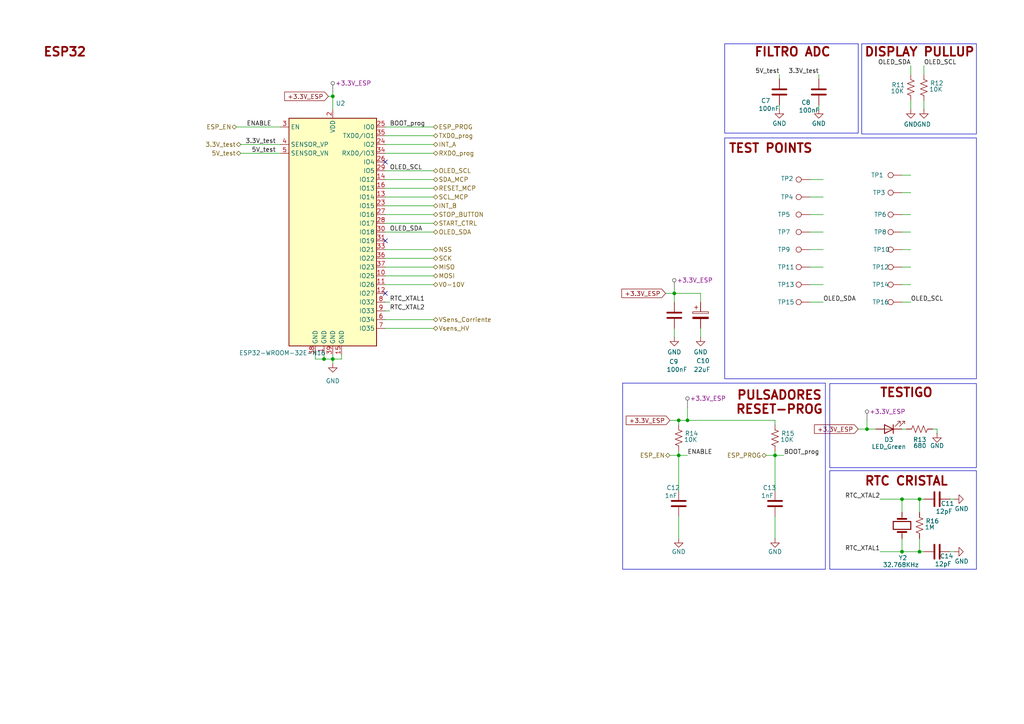
<source format=kicad_sch>
(kicad_sch (version 20250114) (generator "eeschema") (generator_version "9.0")
  (paper "A4")
  (title_block (title "Variador de frecuencia LVDC") (date "2025-08-05") (rev "0") (company "Andrenacci - Carra"))
  (lib_symbols
    (symbol "Connector:TestPoint" (pin_numbers (hide yes)) (pin_names (offset 0.762) (hide yes))
      (property "Reference" "TP" (at 0 6.858 0))
      (property "Value" "TestPoint" (at 0 5.08 0))
      (symbol "TestPoint_0_1"
        (circle (center 0 3.302) (radius 0.762))
      )
      (symbol "TestPoint_1_1"
        (pin passive line (at 0 0 90) (length 2.54) (name "1") (number "1"))
      )
    )
    (symbol "Device:C" (pin_numbers (hide yes)) (pin_names (offset 0.254))
      (property "Reference" "C" (at 0.635 2.54 0))
      (property "Value" "C" (at 0.635 -2.54 0))
      (symbol "C_0_1"
        (polyline (pts (xy -2.032 0.762) (xy 2.032 0.762)) (stroke (width 0.508)))
        (polyline (pts (xy -2.032 -0.762) (xy 2.032 -0.762)) (stroke (width 0.508)))
      )
      (symbol "C_1_1"
        (pin passive line (at 0 3.81 270) (length 2.794) (name "~") (number "1"))
        (pin passive line (at 0 -3.81 90) (length 2.794) (name "~") (number "2"))
      )
    )
    (symbol "Device:C_Polarized" (pin_numbers (hide yes)) (pin_names (offset 0.254))
      (property "Reference" "C" (at 0.635 2.54 0))
      (property "Value" "C_Polarized" (at 0.635 -2.54 0))
      (symbol "C_Polarized_0_1"
        (rectangle (start -2.286 0.508) (end 2.286 1.016))
        (polyline (pts (xy -1.778 2.286) (xy -0.762 2.286)))
        (polyline (pts (xy -1.27 2.794) (xy -1.27 1.778)))
        (rectangle (start 2.286 -0.508) (end -2.286 -1.016) (fill (type outline)))
      )
      (symbol "C_Polarized_1_1"
        (pin passive line (at 0 3.81 270) (length 2.794) (name "~") (number "1"))
        (pin passive line (at 0 -3.81 90) (length 2.794) (name "~") (number "2"))
      )
    )
    (symbol "Device:Crystal" (pin_numbers (hide yes)) (pin_names (offset 1.016) (hide yes))
      (property "Reference" "Y" (at 0 3.81 0))
      (property "Value" "Crystal" (at 0 -3.81 0))
      (symbol "Crystal_0_1"
        (polyline (pts (xy -2.54 0) (xy -1.905 0)))
        (polyline (pts (xy -1.905 -1.27) (xy -1.905 1.27)) (stroke (width 0.508)))
        (rectangle (start -1.143 2.54) (end 1.143 -2.54) (stroke (width 0.3048)))
        (polyline (pts (xy 1.905 -1.27) (xy 1.905 1.27)) (stroke (width 0.508)))
        (polyline (pts (xy 2.54 0) (xy 1.905 0)))
      )
      (symbol "Crystal_1_1"
        (pin passive line (at -3.81 0 0) (length 1.27) (name "1") (number "1"))
        (pin passive line (at 3.81 0 180) (length 1.27) (name "2") (number "2"))
      )
    )
    (symbol "Device:LED" (pin_numbers (hide yes)) (pin_names (offset 1.016) (hide yes))
      (property "Reference" "D" (at 0 2.54 0))
      (property "Value" "LED" (at 0 -2.54 0))
      (symbol "LED_0_1"
        (polyline (pts (xy -3.048 -0.762) (xy -4.572 -2.286) (xy -3.81 -2.286) (xy -4.572 -2.286) (xy -4.572 -1.524)))
        (polyline (pts (xy -1.778 -0.762) (xy -3.302 -2.286) (xy -2.54 -2.286) (xy -3.302 -2.286) (xy -3.302 -1.524)))
        (polyline (pts (xy -1.27 0) (xy 1.27 0)))
        (polyline (pts (xy -1.27 -1.27) (xy -1.27 1.27)) (stroke (width 0.254)))
        (polyline (pts (xy 1.27 -1.27) (xy 1.27 1.27) (xy -1.27 0) (xy 1.27 -1.27)) (stroke (width 0.254)))
      )
      (symbol "LED_1_1"
        (pin passive line (at -3.81 0 0) (length 2.54) (name "K") (number "1"))
        (pin passive line (at 3.81 0 180) (length 2.54) (name "A") (number "2"))
      )
    )
    (symbol "Device:R_US" (pin_numbers (hide yes)) (pin_names (offset 0))
      (property "Reference" "R" (at 2.54 0 90))
      (property "Value" "R_US" (at -2.54 0 90))
      (symbol "R_US_0_1"
        (polyline (pts (xy 0 2.286) (xy 0 2.54)))
        (polyline (pts (xy 0 2.286) (xy 1.016 1.905) (xy 0 1.524) (xy -1.016 1.143) (xy 0 0.762)))
        (polyline (pts (xy 0 0.762) (xy 1.016 0.381) (xy 0 0) (xy -1.016 -0.381) (xy 0 -0.762)))
        (polyline (pts (xy 0 -0.762) (xy 1.016 -1.143) (xy 0 -1.524) (xy -1.016 -1.905) (xy 0 -2.286)))
        (polyline (pts (xy 0 -2.286) (xy 0 -2.54)))
      )
      (symbol "R_US_1_1"
        (pin passive line (at 0 3.81 270) (length 1.27) (name "~") (number "1"))
        (pin passive line (at 0 -3.81 90) (length 1.27) (name "~") (number "2"))
      )
    )
    (symbol "RF_Module:ESP32-WROOM-32E"
      (property "Reference" "U3" (at 2.1433 38.1 0))
      (property "Value" "ESP32-WROOM-32E" (at 2.1433 35.56 0))
      (symbol "ESP32-WROOM-32E_0_1"
        (rectangle (start -12.7 33.02) (end 12.7 -33.02) (stroke (width 0.254)) (fill (type background)))
      )
      (symbol "ESP32-WROOM-32E_1_1"
        (pin input line (at -15.24 30.48 0) (length 2.54) (name "EN") (number "3"))
        (pin input line (at -15.24 25.4 0) (length 2.54) (name "SENSOR_VP") (number "4"))
        (pin input line (at -15.24 22.86 0) (length 2.54) (name "SENSOR_VN") (number "5"))
        (pin no_connect line (at -12.7 0 0) (length 2.54) (hide yes) (name "NC") (number "21"))
        (pin no_connect line (at -12.7 -2.54 0) (length 2.54) (hide yes) (name "NC") (number "22"))
        (pin no_connect line (at -12.7 -5.08 0) (length 2.54) (hide yes) (name "NC") (number "17"))
        (pin no_connect line (at -12.7 -7.62 0) (length 2.54) (hide yes) (name "NC") (number "18"))
        (pin no_connect line (at -12.7 -10.16 0) (length 2.54) (hide yes) (name "NC") (number "20"))
        (pin no_connect line (at -12.7 -12.7 0) (length 2.54) (hide yes) (name "NC") (number "19"))
        (pin no_connect line (at -12.7 -27.94 0) (length 2.54) (hide yes) (name "NC") (number "32"))
        (pin passive line (at -5.08 -35.56 90) (length 2.54) (name "GND") (number "38"))
        (pin power_in line (at -2.54 -35.56 90) (length 2.54) (name "GND") (number "1"))
        (pin power_in line (at 0 35.56 270) (length 2.54) (name "VDD") (number "2"))
        (pin passive line (at 0 -35.56 90) (length 2.54) (name "GND") (number "39"))
        (pin passive line (at 2.54 -35.56 90) (length 2.54) (name "GND") (number "15"))
        (pin bidirectional line (at 15.24 30.48 180) (length 2.54) (name "IO0") (number "25"))
        (pin bidirectional line (at 15.24 27.94 180) (length 2.54) (name "TXD0/IO1") (number "35"))
        (pin bidirectional line (at 15.24 25.4 180) (length 2.54) (name "IO2") (number "24"))
        (pin bidirectional line (at 15.24 22.86 180) (length 2.54) (name "RXD0/IO3") (number "34"))
        (pin bidirectional line (at 15.24 20.32 180) (length 2.54) (name "IO4") (number "26"))
        (pin bidirectional line (at 15.24 17.78 180) (length 2.54) (name "IO5") (number "29"))
        (pin bidirectional line (at 15.24 15.24 180) (length 2.54) (name "IO12") (number "14"))
        (pin bidirectional line (at 15.24 12.7 180) (length 2.54) (name "IO13") (number "16"))
        (pin bidirectional line (at 15.24 10.16 180) (length 2.54) (name "IO14") (number "13"))
        (pin bidirectional line (at 15.24 7.62 180) (length 2.54) (name "IO15") (number "23"))
        (pin bidirectional line (at 15.24 5.08 180) (length 2.54) (name "IO16") (number "27"))
        (pin bidirectional line (at 15.24 2.54 180) (length 2.54) (name "IO17") (number "28"))
        (pin bidirectional line (at 15.24 0 180) (length 2.54) (name "IO18") (number "30"))
        (pin bidirectional line (at 15.24 -2.54 180) (length 2.54) (name "IO19") (number "31"))
        (pin bidirectional line (at 15.24 -5.08 180) (length 2.54) (name "IO21") (number "33"))
        (pin bidirectional line (at 15.24 -7.62 180) (length 2.54) (name "IO22") (number "36"))
        (pin bidirectional line (at 15.24 -10.16 180) (length 2.54) (name "IO23") (number "37"))
        (pin bidirectional line (at 15.24 -12.7 180) (length 2.54) (name "IO25") (number "10"))
        (pin bidirectional line (at 15.24 -15.24 180) (length 2.54) (name "IO26") (number "11"))
        (pin bidirectional line (at 15.24 -17.78 180) (length 2.54) (name "IO27") (number "12"))
        (pin bidirectional line (at 15.24 -20.32 180) (length 2.54) (name "IO32") (number "8"))
        (pin bidirectional line (at 15.24 -22.86 180) (length 2.54) (name "IO33") (number "9"))
        (pin input line (at 15.24 -25.4 180) (length 2.54) (name "IO34") (number "6"))
        (pin input line (at 15.24 -27.94 180) (length 2.54) (name "IO35") (number "7"))
      )
    )
    (symbol "power:GND" (power) (pin_numbers (hide yes)) (pin_names (offset 0) (hide yes))
      (property "Value" "GND" (at 0 -3.81 0))
      (symbol "GND_0_1"
        (polyline (pts (xy 0 0) (xy 0 -1.27) (xy 1.27 -1.27) (xy 0 -2.54) (xy -1.27 -1.27) (xy 0 -1.27)))
      )
      (symbol "GND_1_1"
        (pin power_in line (at 0 0 270) (length 0) (name "~") (number "1"))
      )
    )
  )
  (rectangle (start 249.936 12.7) (end 283.21 38.862))
  (rectangle (start 180.594 111.125) (end 239.395 165.1))
  (rectangle (start 210.185 40.005) (end 283.21 109.855))
  (rectangle (start 240.665 111.252) (end 283.21 135.636))
  (rectangle (start 210.185 12.7) (end 248.92 38.608))
  (rectangle (start 240.665 136.525) (end 283.21 165.1))
  (text "DISPLAY PULLUP" (at 266.7 15.24 0) (effects (font (size 2.54 2.54) (thickness 0.508) (bold yes))))
  (text "ESP32" (at 18.796 15.24 0) (effects (font (size 2.54 2.54) (thickness 0.508) (bold yes))))
  (text "FILTRO ADC" (at 229.87 15.24 0) (effects (font (size 2.54 2.54) (thickness 0.508) (bold yes))))
  (text "TESTIGO" (at 262.89 114.046 0) (effects (font (size 2.54 2.54) (thickness 0.508) (bold yes))))
  (text "PULSADORES\nRESET-PROG" (at 226.06 116.84 0) (effects (font (size 2.54 2.54) (thickness 0.508) (bold yes))))
  (text "TEST POINTS" (at 223.52 43.18 0) (effects (font (size 2.54 2.54) (thickness 0.508) (bold yes))))
  (text "RTC CRISTAL" (at 262.89 139.7 0) (effects (font (size 2.54 2.54) (thickness 0.508) (bold yes))))
  (junction (at 196.85 132.08))
  (junction (at 266.7 160.02))
  (junction (at 266.7 144.78))
  (junction (at 196.85 121.92))
  (junction (at 251.46 124.46))
  (junction (at 93.98 104.14))
  (junction (at 96.52 104.14))
  (junction (at 195.58 85.09))
  (junction (at 199.39 121.92))
  (junction (at 261.62 160.02))
  (junction (at 224.79 132.08))
  (junction (at 261.62 144.78))
  (junction (at 96.52 27.94))
  (no_connect (at 111.76 69.85))
  (no_connect (at 111.76 46.99))
  (no_connect (at 111.76 85.09))
  (wire (pts (xy 91.44 104.14) (xy 93.98 104.14)))
  (wire (pts (xy 96.52 105.41) (xy 96.52 104.14)))
  (wire (pts (xy 125.73 74.93) (xy 111.76 74.93)))
  (wire (pts (xy 238.76 87.63) (xy 234.95 87.63)))
  (wire (pts (xy 125.73 77.47) (xy 111.76 77.47)))
  (wire (pts (xy 195.58 85.09) (xy 195.58 83.82)))
  (wire (pts (xy 195.58 95.25) (xy 195.58 97.79)))
  (wire (pts (xy 224.79 132.08) (xy 227.33 132.08)))
  (wire (pts (xy 111.76 39.37) (xy 125.73 39.37)))
  (wire (pts (xy 266.7 160.02) (xy 267.97 160.02)))
  (wire (pts (xy 125.73 52.07) (xy 111.76 52.07)))
  (wire (pts (xy 251.46 121.92) (xy 251.46 124.46)))
  (wire (pts (xy 261.62 160.02) (xy 266.7 160.02)))
  (wire (pts (xy 195.58 87.63) (xy 195.58 85.09)))
  (wire (pts (xy 93.98 104.14) (xy 96.52 104.14)))
  (wire (pts (xy 261.62 124.46) (xy 262.89 124.46)))
  (wire (pts (xy 264.16 82.55) (xy 261.62 82.55)))
  (wire (pts (xy 264.16 87.63) (xy 261.62 87.63)))
  (wire (pts (xy 125.73 54.61) (xy 111.76 54.61)))
  (wire (pts (xy 111.76 36.83) (xy 125.73 36.83)))
  (wire (pts (xy 125.73 41.91) (xy 111.76 41.91)))
  (wire (pts (xy 261.62 144.78) (xy 266.7 144.78)))
  (wire (pts (xy 111.76 67.31) (xy 125.73 67.31)))
  (wire (pts (xy 264.16 62.23) (xy 261.62 62.23)))
  (wire (pts (xy 125.73 80.01) (xy 111.76 80.01)))
  (wire (pts (xy 224.79 149.86) (xy 224.79 156.21)))
  (wire (pts (xy 238.76 82.55) (xy 234.95 82.55)))
  (wire (pts (xy 266.7 144.78) (xy 266.7 148.59)))
  (wire (pts (xy 111.76 49.53) (xy 125.73 49.53)))
  (wire (pts (xy 125.73 95.25) (xy 111.76 95.25)))
  (wire (pts (xy 267.97 19.05) (xy 267.97 21.59)))
  (wire (pts (xy 111.76 87.63) (xy 113.03 87.63)))
  (wire (pts (xy 91.44 102.87) (xy 91.44 104.14)))
  (wire (pts (xy 99.06 102.87) (xy 99.06 104.14)))
  (wire (pts (xy 93.98 102.87) (xy 93.98 104.14)))
  (wire (pts (xy 196.85 130.81) (xy 196.85 132.08)))
  (wire (pts (xy 275.59 160.02) (xy 276.86 160.02)))
  (wire (pts (xy 222.25 132.08) (xy 224.79 132.08)))
  (wire (pts (xy 224.79 130.81) (xy 224.79 132.08)))
  (wire (pts (xy 196.85 132.08) (xy 196.85 142.24)))
  (wire (pts (xy 199.39 118.11) (xy 199.39 121.92)))
  (wire (pts (xy 264.16 77.47) (xy 261.62 77.47)))
  (wire (pts (xy 111.76 90.17) (xy 113.03 90.17)))
  (wire (pts (xy 237.49 31.75) (xy 237.49 30.48)))
  (wire (pts (xy 238.76 77.47) (xy 234.95 77.47)))
  (wire (pts (xy 125.73 64.77) (xy 111.76 64.77)))
  (wire (pts (xy 193.04 85.09) (xy 195.58 85.09)))
  (wire (pts (xy 199.39 121.92) (xy 224.79 121.92)))
  (wire (pts (xy 203.2 87.63) (xy 203.2 85.09)))
  (wire (pts (xy 96.52 104.14) (xy 96.52 102.87)))
  (wire (pts (xy 69.85 44.45) (xy 81.28 44.45)))
  (wire (pts (xy 255.27 160.02) (xy 261.62 160.02)))
  (wire (pts (xy 226.06 22.86) (xy 226.06 21.59)))
  (wire (pts (xy 238.76 52.07) (xy 234.95 52.07)))
  (wire (pts (xy 237.49 22.86) (xy 237.49 21.59)))
  (wire (pts (xy 271.78 124.46) (xy 270.51 124.46)))
  (wire (pts (xy 264.16 50.8) (xy 261.62 50.8)))
  (wire (pts (xy 125.73 59.69) (xy 111.76 59.69)))
  (wire (pts (xy 125.73 62.23) (xy 111.76 62.23)))
  (wire (pts (xy 125.73 82.55) (xy 111.76 82.55)))
  (wire (pts (xy 226.06 31.75) (xy 226.06 30.48)))
  (wire (pts (xy 271.78 125.73) (xy 271.78 124.46)))
  (wire (pts (xy 264.16 55.88) (xy 261.62 55.88)))
  (wire (pts (xy 261.62 144.78) (xy 261.62 148.59)))
  (wire (pts (xy 194.31 132.08) (xy 196.85 132.08)))
  (wire (pts (xy 194.31 121.92) (xy 196.85 121.92)))
  (wire (pts (xy 266.7 156.21) (xy 266.7 160.02)))
  (wire (pts (xy 255.27 144.78) (xy 261.62 144.78)))
  (wire (pts (xy 264.16 19.05) (xy 264.16 21.59)))
  (wire (pts (xy 238.76 62.23) (xy 234.95 62.23)))
  (wire (pts (xy 196.85 149.86) (xy 196.85 156.21)))
  (wire (pts (xy 266.7 144.78) (xy 267.97 144.78)))
  (wire (pts (xy 96.52 104.14) (xy 99.06 104.14)))
  (wire (pts (xy 195.58 85.09) (xy 203.2 85.09)))
  (wire (pts (xy 203.2 95.25) (xy 203.2 97.79)))
  (wire (pts (xy 261.62 156.21) (xy 261.62 160.02)))
  (wire (pts (xy 238.76 72.39) (xy 234.95 72.39)))
  (wire (pts (xy 248.92 124.46) (xy 251.46 124.46)))
  (wire (pts (xy 125.73 57.15) (xy 111.76 57.15)))
  (wire (pts (xy 96.52 26.67) (xy 96.52 27.94)))
  (wire (pts (xy 224.79 132.08) (xy 224.79 142.24)))
  (wire (pts (xy 125.73 92.71) (xy 111.76 92.71)))
  (wire (pts (xy 68.58 36.83) (xy 81.28 36.83)))
  (wire (pts (xy 275.59 144.78) (xy 276.86 144.78)))
  (wire (pts (xy 96.52 27.94) (xy 96.52 31.75)))
  (wire (pts (xy 264.16 67.31) (xy 261.62 67.31)))
  (wire (pts (xy 125.73 72.39) (xy 111.76 72.39)))
  (wire (pts (xy 238.76 67.31) (xy 234.95 67.31)))
  (wire (pts (xy 196.85 121.92) (xy 196.85 123.19)))
  (wire (pts (xy 264.16 31.75) (xy 264.16 29.21)))
  (wire (pts (xy 264.16 72.39) (xy 261.62 72.39)))
  (wire (pts (xy 196.85 132.08) (xy 199.39 132.08)))
  (wire (pts (xy 254 124.46) (xy 251.46 124.46)))
  (wire (pts (xy 224.79 123.19) (xy 224.79 121.92)))
  (wire (pts (xy 267.97 31.75) (xy 267.97 29.21)))
  (wire (pts (xy 95.25 27.94) (xy 96.52 27.94)))
  (wire (pts (xy 111.76 44.45) (xy 125.73 44.45)))
  (wire (pts (xy 196.85 121.92) (xy 199.39 121.92)))
  (wire (pts (xy 238.76 57.15) (xy 234.95 57.15)))
  (wire (pts (xy 69.85 41.91) (xy 81.28 41.91)))
  (label "OLED_SCL" (at 113.03 49.53 0))
  (label "5V_test" (at 80.01 44.45 180))
  (label "OLED_SDA" (at 238.76 87.63 0))
  (label "RTC_XTAL1" (at 255.27 160.02 180))
  (label "OLED_SDA" (at 113.03 67.31 0))
  (label "ENABLE" (at 199.39 132.08 0))
  (label "5V_test" (at 226.06 21.59 180))
  (label "BOOT_prog" (at 113.03 36.83 0))
  (label "ENABLE" (at 78.74 36.83 180))
  (label "RTC_XTAL2" (at 113.03 90.17 0))
  (label "3.3V_test" (at 80.01 41.91 180))
  (label "RTC_XTAL1" (at 113.03 87.63 0))
  (label "OLED_SCL" (at 264.16 87.63 0))
  (label "BOOT_prog" (at 227.33 132.08 0))
  (label "RTC_XTAL2" (at 255.27 144.78 180))
  (label "OLED_SCL" (at 267.97 19.05 0))
  (label "OLED_SDA" (at 264.16 19.05 180))
  (label "3.3V_test" (at 237.49 21.59 180))
  (global_label "+3.3V_ESP" (shape input) (at 193.04 85.09 180) (property "Intersheetrefs" "${INTERSHEET_REFS}" (effects (hide yes))))
  (global_label "+3.3V_ESP" (shape input) (at 248.92 124.46 180) (property "Intersheetrefs" "${INTERSHEET_REFS}" (effects (hide yes))))
  (global_label "+3.3V_ESP" (shape input) (at 194.31 121.92 180) (property "Intersheetrefs" "${INTERSHEET_REFS}" (effects (hide yes))))
  (global_label "+3.3V_ESP" (shape input) (at 95.25 27.94 180) (property "Intersheetrefs" "${INTERSHEET_REFS}" (effects (hide yes))))
  (hierarchical_label "SCL_MCP" (shape bidirectional) (at 125.73 57.15 0))
  (hierarchical_label "INT_A" (shape bidirectional) (at 125.73 41.91 0))
  (hierarchical_label "START_CTRL" (shape bidirectional) (at 125.73 64.77 0))
  (hierarchical_label "V0-10V" (shape bidirectional) (at 125.73 82.55 0))
  (hierarchical_label "RESET_MCP" (shape bidirectional) (at 125.73 54.61 0))
  (hierarchical_label "MOSI" (shape bidirectional) (at 125.73 80.01 0))
  (hierarchical_label "ESP_EN" (shape bidirectional) (at 194.31 132.08 180))
  (hierarchical_label "OLED_SCL" (shape bidirectional) (at 125.73 49.53 0))
  (hierarchical_label "STOP_BUTTON" (shape bidirectional) (at 125.73 62.23 0))
  (hierarchical_label "TXD0_prog" (shape bidirectional) (at 125.73 39.37 0))
  (hierarchical_label "NSS" (shape bidirectional) (at 125.73 72.39 0))
  (hierarchical_label "ESP_EN" (shape bidirectional) (at 68.58 36.83 180))
  (hierarchical_label "RXD0_prog" (shape bidirectional) (at 125.73 44.45 0))
  (hierarchical_label "ESP_PROG" (shape bidirectional) (at 222.25 132.08 180))
  (hierarchical_label "VSens_Corriente" (shape bidirectional) (at 125.73 92.71 0))
  (hierarchical_label "5V_test" (shape bidirectional) (at 69.85 44.45 180))
  (hierarchical_label "ESP_PROG" (shape bidirectional) (at 125.73 36.83 0))
  (hierarchical_label "OLED_SDA" (shape bidirectional) (at 125.73 67.31 0))
  (hierarchical_label "MISO" (shape bidirectional) (at 125.73 77.47 0))
  (hierarchical_label "SCK" (shape bidirectional) (at 125.73 74.93 0))
  (hierarchical_label "Vsens_HV" (shape bidirectional) (at 125.73 95.25 0))
  (hierarchical_label "INT_B" (shape bidirectional) (at 125.73 59.69 0))
  (hierarchical_label "3.3V_test" (shape bidirectional) (at 69.85 41.91 180))
  (hierarchical_label "SDA_MCP" (shape bidirectional) (at 125.73 52.07 0))
  (netclass_flag "" (length 2.54) (shape round) (at 195.58 83.82 0) (property "Netclass" "+3.3V_ESP" (at 196.2785 81.28 0) (effects (justify left))))
  (netclass_flag "" (length 2.54) (shape round) (at 251.46 121.92 0) (property "Netclass" "+3.3V_ESP" (at 252.1585 119.38 0) (effects (justify left))))
  (netclass_flag "" (length 2.54) (shape round) (at 199.39 118.11 0) (property "Netclass" "+3.3V_ESP" (at 200.0885 115.57 0) (effects (justify left))))
  (netclass_flag "" (length 2.54) (shape round) (at 96.52 26.67 0) (property "Netclass" "+3.3V_ESP" (at 97.2185 24.13 0) (effects (justify left))))
  (symbol (lib_id "Connector:TestPoint") (at 261.62 67.31 90) (unit 1)
    (property "Reference" "TP8" (at 253.492 67.31 90) (effects (justify right)))
    (property "Value" "TestPoint" (effects (hide yes)))
    (property "Footprint" "TestPoint:TestPoint_Pad_D1.0mm" (effects (hide yes)))
    (property "Description" "test point" (effects (hide yes)))
  )
  (symbol (lib_id "power:GND") (at 267.97 31.75 0) (unit 1)
    (property "Reference" "#PWR018" (effects (hide yes)))
    (property "Value" "GND" (at 267.97 36.068 0))
    (property "Description" "Power symbol creates a global label with name \"GND\" , ground" (effects (hide yes)))
  )
  (symbol (lib_id "Device:R_US") (at 266.7 152.4 0) (unit 1)
    (property "Reference" "R16" (at 268.478 151.13 0) (effects (justify left)))
    (property "Value" "1M" (at 268.224 152.908 0) (effects (justify left)))
    (property "Footprint" "Resistor_SMD:R_0603_1608Metric_Pad0.98x0.95mm_HandSolder" (effects (hide yes)))
    (property "Datasheet" "https://www.lcsc.com/datasheet/C2074499.pdf" (effects (hide yes)))
    (property "Description" "Resistor, US symbol" (effects (hide yes)))
    (property "Footprint checked" "Yes" (effects (hide yes)))
    (property "Symbol checked" "Yes" (effects (hide yes)))
    (property "Price" "0.0357" (effects (hide yes)))
    (property "Compra" "https://www.lcsc.com/product-detail/C2074499.html" (effects (hide yes)))
    (property "Manufacturer" "VISHAY" (effects (hide yes)))
  )
  (symbol (lib_id "Device:R_US") (at 196.85 127 0) (unit 1)
    (property "Reference" "R14" (at 198.628 125.73 0) (effects (justify left)))
    (property "Value" "10K" (at 198.374 127.508 0) (effects (justify left)))
    (property "Footprint" "Resistor_SMD:R_0603_1608Metric_Pad0.98x0.95mm_HandSolder" (effects (hide yes)))
    (property "Datasheet" "https://www.lcsc.com/datasheet/C491211.pdf" (effects (hide yes)))
    (property "Description" "Resistor, US symbol" (effects (hide yes)))
    (property "Footprint checked" "Yes" (effects (hide yes)))
    (property "Symbol checked" "Yes" (effects (hide yes)))
    (property "Price" "0.0321" (effects (hide yes)))
    (property "Compra" "https://www.lcsc.com/product-detail/C491211.html" (effects (hide yes)))
    (property "Manufacturer" "PANASONIC" (effects (hide yes)))
  )
  (symbol (lib_id "Device:R_US") (at 264.16 25.4 0) (unit 1)
    (property "Reference" "R11" (at 258.572 24.638 0) (effects (justify left)))
    (property "Value" "10K" (at 258.318 26.416 0) (effects (justify left)))
    (property "Footprint" "Resistor_SMD:R_0603_1608Metric_Pad0.98x0.95mm_HandSolder" (effects (hide yes)))
    (property "Datasheet" "https://www.lcsc.com/datasheet/C491211.pdf" (effects (hide yes)))
    (property "Description" "Resistor, US symbol" (effects (hide yes)))
    (property "Footprint checked" "Yes" (effects (hide yes)))
    (property "Symbol checked" "Yes" (effects (hide yes)))
    (property "Price" "0.0321" (effects (hide yes)))
    (property "Compra" "https://www.lcsc.com/product-detail/C491211.html" (effects (hide yes)))
    (property "Manufacturer" "PANASONIC" (effects (hide yes)))
  )
  (symbol (lib_id "Connector:TestPoint") (at 261.62 87.63 90) (unit 1)
    (property "Reference" "TP16" (at 252.984 87.63 90) (effects (justify right)))
    (property "Value" "TestPoint" (effects (hide yes)))
    (property "Footprint" "TestPoint:TestPoint_Pad_D1.0mm" (effects (hide yes)))
    (property "Description" "test point" (effects (hide yes)))
  )
  (symbol (lib_id "Device:C") (at 271.78 144.78 90) (unit 1)
    (property "Reference" "C11" (at 274.828 146.05 90))
    (property "Value" "12pF" (at 273.812 148.336 90))
    (property "Footprint" "Capacitor_SMD:C_0603_1608Metric" (effects (hide yes)))
    (property "Datasheet" "https://www.lcsc.com/datasheet/C519482.pdf" (effects (hide yes)))
    (property "Description" "Unpolarized capacitor" (effects (hide yes)))
    (property "Footprint checked" "Yes" (effects (hide yes)))
    (property "Symbol checked" "Yes" (effects (hide yes)))
    (property "Price" "0.1" (effects (hide yes)))
    (property "Manufacturer" "Yagueo" (effects (hide yes)))
    (property "Compra" "https://www.lcsc.com/product-detail/C519482.html" (effects (hide yes)))
  )
  (symbol (lib_id "power:GND") (at 196.85 156.21 0) (unit 1)
    (property "Reference" "#PWR024" (effects (hide yes)))
    (property "Value" "GND" (at 196.85 160.02 0))
    (property "Description" "Power symbol creates a global label with name \"GND\" , ground" (effects (hide yes)))
  )
  (symbol (lib_id "Connector:TestPoint") (at 261.62 72.39 90) (unit 1)
    (property "Reference" "TP10" (at 253.238 72.39 90) (effects (justify right)))
    (property "Value" "TestPoint" (effects (hide yes)))
    (property "Footprint" "TestPoint:TestPoint_Pad_D1.0mm" (effects (hide yes)))
    (property "Description" "test point" (effects (hide yes)))
  )
  (symbol (lib_id "power:GND") (at 96.52 105.41 0) (unit 1)
    (property "Reference" "#PWR021" (effects (hide yes)))
    (property "Value" "GND" (at 96.52 110.49 0))
    (property "Description" "Power symbol creates a global label with name \"GND\" , ground" (effects (hide yes)))
  )
  (symbol (lib_id "Device:Crystal") (at 261.62 152.4 90) (unit 1)
    (property "Reference" "Y2" (at 260.604 161.798 90) (effects (justify right)))
    (property "Value" "32.768KHz" (at 256.032 163.83 90) (effects (justify right)))
    (property "Footprint" "Crystal:Crystal_SMD_3215-2Pin_3.2x1.5mm" (effects (hide yes)))
    (property "Datasheet" "https://www.lcsc.com/datasheet/C32346.pdf" (effects (hide yes)))
    (property "Description" "Two pin crystal" (effects (hide yes)))
    (property "Compra" "https://www.lcsc.com/product-detail/C32346.html" (effects (hide yes)))
    (property "Footprint checked" "Yes" (effects (hide yes)))
    (property "Symbol checked" "Yes" (effects (hide yes)))
    (property "Price" "0.1898" (effects (hide yes)))
    (property "Manufacturer" "EPSON" (effects (hide yes)))
  )
  (symbol (lib_id "power:GND") (at 264.16 31.75 0) (unit 1)
    (property "Reference" "#PWR017" (effects (hide yes)))
    (property "Value" "GND" (at 264.16 36.068 0))
    (property "Description" "Power symbol creates a global label with name \"GND\" , ground" (effects (hide yes)))
  )
  (symbol (lib_id "power:GND") (at 224.79 156.21 0) (unit 1)
    (property "Reference" "#PWR025" (effects (hide yes)))
    (property "Value" "GND" (at 224.79 160.02 0))
    (property "Description" "Power symbol creates a global label with name \"GND\" , ground" (effects (hide yes)))
  )
  (symbol (lib_id "power:GND") (at 276.86 144.78 90) (unit 1)
    (property "Reference" "#PWR023" (effects (hide yes)))
    (property "Value" "GND" (at 276.86 147.574 90) (effects (justify right)))
    (property "Description" "Power symbol creates a global label with name \"GND\" , ground" (effects (hide yes)))
  )
  (symbol (lib_id "Device:C") (at 237.49 26.67 0) (unit 1)
    (property "Reference" "C8" (at 232.41 29.718 0) (effects (justify left)))
    (property "Value" "100nF" (at 231.648 32.004 0) (effects (justify left)))
    (property "Footprint" "Capacitor_SMD:C_0603_1608Metric_Pad1.08x0.95mm_HandSolder" (effects (hide yes)))
    (property "Datasheet" "https://www.lcsc.com/datasheet/C14663.pdf" (effects (hide yes)))
    (property "Description" "Unpolarized capacitor" (effects (hide yes)))
    (property "Footprint checked" "Yes" (effects (hide yes)))
    (property "Symbol checked" "Yes" (effects (hide yes)))
    (property "Price" "0.24" (effects (hide yes)))
    (property "Manufacturer" "Yagueo" (effects (hide yes)))
    (property "Compra" "https://www.lcsc.com/product-detail/C14663.html" (effects (hide yes)))
  )
  (symbol (lib_id "Device:LED") (at 257.81 124.46 180) (unit 1) (exclude_from_sim yes)
    (property "Reference" "D3" (at 257.81 127.508 0))
    (property "Value" "LED_Green" (at 257.81 129.54 0))
    (property "Footprint" "LED_SMD:LED_0603_1608Metric_Pad1.05x0.95mm_HandSolder" (effects (hide yes)))
    (property "Datasheet" "https://www.lcsc.com/datasheet/C965804.pdf" (effects (hide yes)))
    (property "Description" "Light emitting diode" (effects (hide yes)))
    (property "Sim.Pins" "1=K 2=A" (effects (hide yes)))
    (property "Compra" "https://www.lcsc.com/product-detail/C965804.html?s_z=n_XL-1608UGC-04" (effects (hide yes)))
    (property "Footprint checked" "Yes" (effects (hide yes)))
    (property "Manufacturer" "XINGLIGHT" (effects (hide yes)))
    (property "Price" "0.0044" (effects (hide yes)))
    (property "Symbol checked" "Yes" (effects (hide yes)))
  )
  (symbol (lib_id "Connector:TestPoint") (at 261.62 62.23 90) (unit 1)
    (property "Reference" "TP6" (at 253.492 62.23 90) (effects (justify right)))
    (property "Value" "TestPoint" (effects (hide yes)))
    (property "Footprint" "TestPoint:TestPoint_Pad_D1.0mm" (effects (hide yes)))
    (property "Description" "test point" (effects (hide yes)))
  )
  (symbol (lib_id "Connector:TestPoint") (at 261.62 82.55 90) (unit 1)
    (property "Reference" "TP14" (at 252.984 82.55 90) (effects (justify right)))
    (property "Value" "TestPoint" (effects (hide yes)))
    (property "Footprint" "TestPoint:TestPoint_Pad_D1.0mm" (effects (hide yes)))
    (property "Description" "test point" (effects (hide yes)))
  )
  (symbol (lib_id "Connector:TestPoint") (at 234.95 72.39 90) (unit 1)
    (property "Reference" "TP9" (at 225.552 72.39 90) (effects (justify right)))
    (property "Value" "TestPoint" (effects (hide yes)))
    (property "Footprint" "TestPoint:TestPoint_Pad_D1.0mm" (effects (hide yes)))
    (property "Description" "test point" (effects (hide yes)))
  )
  (symbol (lib_id "Connector:TestPoint") (at 234.95 82.55 90) (unit 1)
    (property "Reference" "TP13" (at 225.552 82.55 90) (effects (justify right)))
    (property "Value" "TestPoint" (effects (hide yes)))
    (property "Footprint" "TestPoint:TestPoint_Pad_D1.0mm" (effects (hide yes)))
    (property "Description" "test point" (effects (hide yes)))
  )
  (symbol (lib_id "Device:C") (at 226.06 26.67 0) (unit 1)
    (property "Reference" "C7" (at 220.726 29.21 0) (effects (justify left)))
    (property "Value" "100nF" (at 219.964 31.496 0) (effects (justify left)))
    (property "Footprint" "Capacitor_SMD:C_0603_1608Metric_Pad1.08x0.95mm_HandSolder" (effects (hide yes)))
    (property "Datasheet" "https://www.lcsc.com/datasheet/C14663.pdf" (effects (hide yes)))
    (property "Description" "Unpolarized capacitor" (effects (hide yes)))
    (property "Footprint checked" "Yes" (effects (hide yes)))
    (property "Symbol checked" "Yes" (effects (hide yes)))
    (property "Price" "0.24" (effects (hide yes)))
    (property "Manufacturer" "Yagueo" (effects (hide yes)))
    (property "Compra" "https://www.lcsc.com/product-detail/C14663.html" (effects (hide yes)))
  )
  (symbol (lib_id "power:GND") (at 195.58 97.79 0) (unit 1)
    (property "Reference" "#PWR019" (effects (hide yes)))
    (property "Value" "GND" (at 195.58 102.108 0))
    (property "Description" "Power symbol creates a global label with name \"GND\" , ground" (effects (hide yes)))
  )
  (symbol (lib_id "Device:R_US") (at 267.97 25.4 0) (unit 1)
    (property "Reference" "R12" (at 269.748 24.13 0) (effects (justify left)))
    (property "Value" "10K" (at 269.494 25.908 0) (effects (justify left)))
    (property "Footprint" "Resistor_SMD:R_0603_1608Metric_Pad0.98x0.95mm_HandSolder" (effects (hide yes)))
    (property "Datasheet" "https://www.lcsc.com/datasheet/C491211.pdf" (effects (hide yes)))
    (property "Description" "Resistor, US symbol" (effects (hide yes)))
    (property "Footprint checked" "Yes" (effects (hide yes)))
    (property "Symbol checked" "Yes" (effects (hide yes)))
    (property "Price" "0.0321" (effects (hide yes)))
    (property "Compra" "https://www.lcsc.com/product-detail/C491211.html" (effects (hide yes)))
    (property "Manufacturer" "PANASONIC" (effects (hide yes)))
  )
  (symbol (lib_id "Connector:TestPoint") (at 234.95 67.31 90) (unit 1)
    (property "Reference" "TP7" (at 225.552 67.31 90) (effects (justify right)))
    (property "Value" "TestPoint" (effects (hide yes)))
    (property "Footprint" "TestPoint:TestPoint_Pad_D1.0mm" (effects (hide yes)))
    (property "Description" "test point" (effects (hide yes)))
  )
  (symbol (lib_id "Device:R_US") (at 224.79 127 0) (unit 1)
    (property "Reference" "R15" (at 226.568 125.73 0) (effects (justify left)))
    (property "Value" "10K" (at 226.314 127.508 0) (effects (justify left)))
    (property "Footprint" "Resistor_SMD:R_0603_1608Metric_Pad0.98x0.95mm_HandSolder" (effects (hide yes)))
    (property "Datasheet" "https://www.lcsc.com/datasheet/C491211.pdf" (effects (hide yes)))
    (property "Description" "Resistor, US symbol" (effects (hide yes)))
    (property "Footprint checked" "Yes" (effects (hide yes)))
    (property "Symbol checked" "Yes" (effects (hide yes)))
    (property "Price" "0.0321" (effects (hide yes)))
    (property "Compra" "https://www.lcsc.com/product-detail/C491211.html" (effects (hide yes)))
    (property "Manufacturer" "PANASONIC" (effects (hide yes)))
  )
  (symbol (lib_id "power:GND") (at 271.78 125.73 0) (unit 1)
    (property "Reference" "#PWR022" (effects (hide yes)))
    (property "Value" "GND" (at 271.78 129.286 0))
    (property "Description" "Power symbol creates a global label with name \"GND\" , ground" (effects (hide yes)))
  )
  (symbol (lib_id "Connector:TestPoint") (at 234.95 57.15 90) (unit 1)
    (property "Reference" "TP4" (at 230.124 57.15 90) (effects (justify left)))
    (property "Value" "TestPoint" (effects (hide yes)))
    (property "Footprint" "TestPoint:TestPoint_Pad_D1.0mm" (effects (hide yes)))
    (property "Description" "test point" (effects (hide yes)))
  )
  (symbol (lib_id "Device:C") (at 271.78 160.02 270) (unit 1)
    (property "Reference" "C14" (at 274.574 161.29 90))
    (property "Value" "12pF" (at 273.558 163.576 90))
    (property "Footprint" "Capacitor_SMD:C_0603_1608Metric" (effects (hide yes)))
    (property "Datasheet" "https://www.lcsc.com/datasheet/C519482.pdf" (effects (hide yes)))
    (property "Description" "Unpolarized capacitor" (effects (hide yes)))
    (property "Footprint checked" "Yes" (effects (hide yes)))
    (property "Symbol checked" "Yes" (effects (hide yes)))
    (property "Price" "0.1" (effects (hide yes)))
    (property "Manufacturer" "Yagueo" (effects (hide yes)))
    (property "Compra" "https://www.lcsc.com/product-detail/C519482.html" (effects (hide yes)))
  )
  (symbol (lib_id "Connector:TestPoint") (at 234.95 62.23 90) (unit 1)
    (property "Reference" "TP5" (at 225.552 62.23 90) (effects (justify right)))
    (property "Value" "TestPoint" (effects (hide yes)))
    (property "Footprint" "TestPoint:TestPoint_Pad_D1.0mm" (effects (hide yes)))
    (property "Description" "test point" (effects (hide yes)))
  )
  (symbol (lib_id "power:GND") (at 203.2 97.79 0) (unit 1)
    (property "Reference" "#PWR020" (effects (hide yes)))
    (property "Value" "GND" (at 203.2 102.108 0))
    (property "Description" "Power symbol creates a global label with name \"GND\" , ground" (effects (hide yes)))
  )
  (symbol (lib_id "Connector:TestPoint") (at 261.62 55.88 90) (unit 1)
    (property "Reference" "TP3" (at 256.794 55.88 90) (effects (justify left)))
    (property "Value" "TestPoint" (effects (hide yes)))
    (property "Footprint" "TestPoint:TestPoint_Pad_D1.0mm" (effects (hide yes)))
    (property "Description" "test point" (effects (hide yes)))
  )
  (symbol (lib_id "Connector:TestPoint") (at 234.95 52.07 90) (unit 1)
    (property "Reference" "TP2" (at 230.124 51.816 90) (effects (justify left)))
    (property "Value" "TestPoint" (effects (hide yes)))
    (property "Footprint" "TestPoint:TestPoint_Pad_D1.0mm" (effects (hide yes)))
    (property "Description" "test point" (effects (hide yes)))
  )
  (symbol (lib_id "power:GND") (at 276.86 160.02 90) (unit 1)
    (property "Reference" "#PWR026" (effects (hide yes)))
    (property "Value" "GND" (at 276.86 162.814 90) (effects (justify right)))
    (property "Description" "Power symbol creates a global label with name \"GND\" , ground" (effects (hide yes)))
  )
  (symbol (lib_id "Device:C_Polarized") (at 203.2 91.44 0) (unit 1)
    (property "Reference" "C10" (at 201.93 104.648 0) (effects (justify left)))
    (property "Value" "22uF" (at 201.168 107.188 0) (effects (justify left)))
    (property "Footprint" "Capacitor_SMD:CP_Elec_5x5.4" (effects (hide yes)))
    (property "Datasheet" "https://www.lcsc.com/datasheet/C72502.pdf" (effects (hide yes)))
    (property "Description" "Polarized capacitor" (effects (hide yes)))
    (property "Footprint checked" "Yes" (effects (hide yes)))
    (property "Symbol checked" "Yes" (effects (hide yes)))
    (property "Price" "0.41" (effects (hide yes)))
    (property "Manufacturer" "Roquang" (effects (hide yes)))
    (property "Compra" "https://www.lcsc.com/product-detail/C72502.html" (effects (hide yes)))
  )
  (symbol (lib_id "Connector:TestPoint") (at 261.62 50.8 90) (unit 1)
    (property "Reference" "TP1" (at 256.286 50.8 90) (effects (justify left)))
    (property "Value" "TestPoint" (effects (hide yes)))
    (property "Footprint" "TestPoint:TestPoint_Pad_D1.0mm" (effects (hide yes)))
    (property "Description" "test point" (effects (hide yes)))
  )
  (symbol (lib_id "Device:C") (at 224.79 146.05 0) (unit 1)
    (property "Reference" "C13" (at 221.234 141.478 0) (effects (justify left)))
    (property "Value" "1nF" (at 220.726 143.764 0) (effects (justify left)))
    (property "Footprint" "Capacitor_SMD:C_0603_1608Metric" (effects (hide yes)))
    (property "Datasheet" "https://www.lcsc.com/datasheet/C100040.pdf" (effects (hide yes)))
    (property "Description" "Unpolarized capacitor" (effects (hide yes)))
    (property "Footprint checked" "Yes" (effects (hide yes)))
    (property "Symbol checked" "Yes" (effects (hide yes)))
    (property "Price" "0.1" (effects (hide yes)))
    (property "Manufacturer" "Yagueo" (effects (hide yes)))
    (property "Compra" "https://www.lcsc.com/product-detail/C100040.html?s_z=n_CC0603KRX7R9BB102" (effects (hide yes)))
  )
  (symbol (lib_id "Device:C") (at 195.58 91.44 0) (unit 1)
    (property "Reference" "C9" (at 194.056 104.902 0) (effects (justify left)))
    (property "Value" "100nF" (at 193.294 107.188 0) (effects (justify left)))
    (property "Footprint" "Capacitor_SMD:C_0603_1608Metric_Pad1.08x0.95mm_HandSolder" (effects (hide yes)))
    (property "Datasheet" "https://www.lcsc.com/datasheet/C14663.pdf" (effects (hide yes)))
    (property "Description" "Unpolarized capacitor" (effects (hide yes)))
    (property "Footprint checked" "Yes" (effects (hide yes)))
    (property "Symbol checked" "Yes" (effects (hide yes)))
    (property "Price" "0.24" (effects (hide yes)))
    (property "Manufacturer" "Yagueo" (effects (hide yes)))
    (property "Compra" "https://www.lcsc.com/product-detail/C14663.html" (effects (hide yes)))
  )
  (symbol (lib_id "RF_Module:ESP32-WROOM-32E") (at 96.52 67.31 0) (unit 1)
    (property "Reference" "U2" (at 97.3933 29.972 0) (effects (justify left)))
    (property "Value" "ESP32-WROOM-32E-N16" (at 69.342 102.362 0) (effects (justify left)))
    (property "Footprint" "RF_Module:ESP32-WROOM-32D" (effects (hide yes)))
    (property "Datasheet" "https://www.espressif.com/sites/default/files/documentation/esp32-wroom-32e_esp32-wroom-32ue_datasheet_en.pdf" (effects (hide yes)))
    (property "Description" "RF Module, ESP32-D0WD-V3 SoC, without PSRAM, Wi-Fi 802.11b/g/n, Bluetooth, BLE, 32-bit, 2.7-3.6V, onboard antenna, SMD" (effects (hide yes)))
    (property "Price" "4.9252" (effects (hide yes)))
    (property "Manufacturer" "ESPRESSIF" (effects (hide yes)))
    (property "Compra" "https://www.lcsc.com/product-detail/C701343.html?s_z=n_ESP32-WROOM-32E" (effects (hide yes)))
  )
  (symbol (lib_id "power:GND") (at 237.49 31.75 0) (unit 1)
    (property "Reference" "#PWR016" (effects (hide yes)))
    (property "Value" "GND" (at 237.49 35.814 0))
    (property "Description" "Power symbol creates a global label with name \"GND\" , ground" (effects (hide yes)))
  )
  (symbol (lib_id "power:GND") (at 226.06 31.75 0) (unit 1)
    (property "Reference" "#PWR015" (effects (hide yes)))
    (property "Value" "GND" (at 226.06 35.814 0))
    (property "Description" "Power symbol creates a global label with name \"GND\" , ground" (effects (hide yes)))
  )
  (symbol (lib_id "Device:R_US") (at 266.7 124.46 90) (unit 1)
    (property "Reference" "R13" (at 268.732 127.508 90) (effects (justify left)))
    (property "Value" "680" (at 268.732 129.286 90) (effects (justify left)))
    (property "Footprint" "Resistor_SMD:R_0603_1608Metric_Pad0.98x0.95mm_HandSolder" (effects (hide yes)))
    (property "Datasheet" "https://www.lcsc.com/datasheet/C20109434.pdf" (effects (hide yes)))
    (property "Description" "Resistor, US symbol" (effects (hide yes)))
    (property "Footprint checked" "Yes" (effects (hide yes)))
    (property "Symbol checked" "Yes" (effects (hide yes)))
    (property "Price" "0.0186" (effects (hide yes)))
    (property "Compra" "https://www.lcsc.com/product-detail/C20109434.html" (effects (hide yes)))
    (property "Manufacturer" "ROHM" (effects (hide yes)))
  )
  (symbol (lib_id "Device:C") (at 196.85 146.05 0) (unit 1)
    (property "Reference" "C12" (at 193.294 141.478 0) (effects (justify left)))
    (property "Value" "1nF" (at 192.786 143.764 0) (effects (justify left)))
    (property "Footprint" "Capacitor_SMD:C_0603_1608Metric" (effects (hide yes)))
    (property "Datasheet" "https://www.lcsc.com/datasheet/C100040.pdf" (effects (hide yes)))
    (property "Description" "Unpolarized capacitor" (effects (hide yes)))
    (property "Footprint checked" "Yes" (effects (hide yes)))
    (property "Symbol checked" "Yes" (effects (hide yes)))
    (property "Price" "0.1" (effects (hide yes)))
    (property "Manufacturer" "Yagueo" (effects (hide yes)))
    (property "Compra" "https://www.lcsc.com/product-detail/C100040.html?s_z=n_CC0603KRX7R9BB102" (effects (hide yes)))
  )
  (symbol (lib_id "Connector:TestPoint") (at 234.95 87.63 90) (unit 1)
    (property "Reference" "TP15" (at 225.552 87.63 90) (effects (justify right)))
    (property "Value" "TestPoint" (effects (hide yes)))
    (property "Footprint" "TestPoint:TestPoint_Pad_D1.0mm" (effects (hide yes)))
    (property "Description" "test point" (effects (hide yes)))
  )
  (symbol (lib_id "Connector:TestPoint") (at 261.62 77.47 90) (unit 1)
    (property "Reference" "TP12" (at 252.984 77.47 90) (effects (justify right)))
    (property "Value" "TestPoint" (effects (hide yes)))
    (property "Footprint" "TestPoint:TestPoint_Pad_D1.0mm" (effects (hide yes)))
    (property "Description" "test point" (effects (hide yes)))
  )
  (symbol (lib_id "Connector:TestPoint") (at 234.95 77.47 90) (unit 1)
    (property "Reference" "TP11" (at 225.552 77.47 90) (effects (justify right)))
    (property "Value" "TestPoint" (effects (hide yes)))
    (property "Footprint" "TestPoint:TestPoint_Pad_D1.0mm" (effects (hide yes)))
    (property "Description" "test point" (effects (hide yes)))
  )
)
</source>
